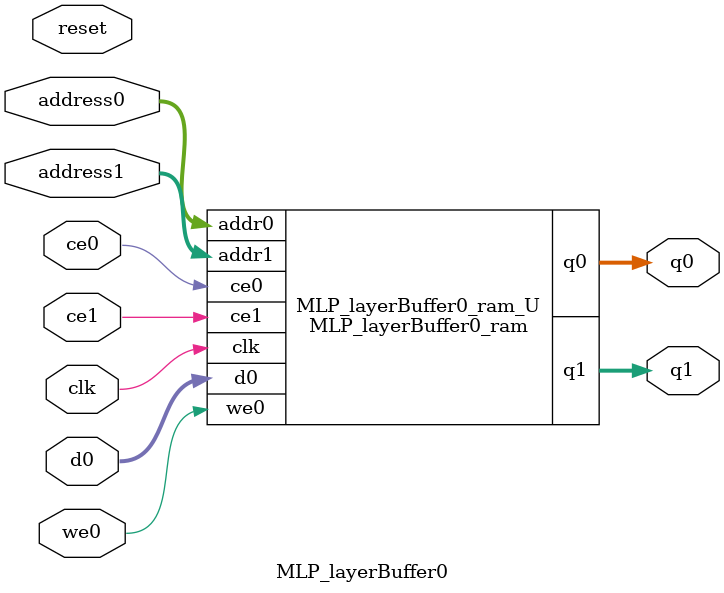
<source format=v>
`timescale 1 ns / 1 ps
module MLP_layerBuffer0_ram (addr0, ce0, d0, we0, q0, addr1, ce1, q1,  clk);

parameter DWIDTH = 32;
parameter AWIDTH = 6;
parameter MEM_SIZE = 64;

input[AWIDTH-1:0] addr0;
input ce0;
input[DWIDTH-1:0] d0;
input we0;
output reg[DWIDTH-1:0] q0;
input[AWIDTH-1:0] addr1;
input ce1;
output reg[DWIDTH-1:0] q1;
input clk;

(* ram_style = "block" *)reg [DWIDTH-1:0] ram[0:MEM_SIZE-1];




always @(posedge clk)  
begin 
    if (ce0) begin
        if (we0) 
            ram[addr0] <= d0; 
        q0 <= ram[addr0];
    end
end


always @(posedge clk)  
begin 
    if (ce1) begin
        q1 <= ram[addr1];
    end
end


endmodule

`timescale 1 ns / 1 ps
module MLP_layerBuffer0(
    reset,
    clk,
    address0,
    ce0,
    we0,
    d0,
    q0,
    address1,
    ce1,
    q1);

parameter DataWidth = 32'd32;
parameter AddressRange = 32'd64;
parameter AddressWidth = 32'd6;
input reset;
input clk;
input[AddressWidth - 1:0] address0;
input ce0;
input we0;
input[DataWidth - 1:0] d0;
output[DataWidth - 1:0] q0;
input[AddressWidth - 1:0] address1;
input ce1;
output[DataWidth - 1:0] q1;



MLP_layerBuffer0_ram MLP_layerBuffer0_ram_U(
    .clk( clk ),
    .addr0( address0 ),
    .ce0( ce0 ),
    .we0( we0 ),
    .d0( d0 ),
    .q0( q0 ),
    .addr1( address1 ),
    .ce1( ce1 ),
    .q1( q1 ));

endmodule


</source>
